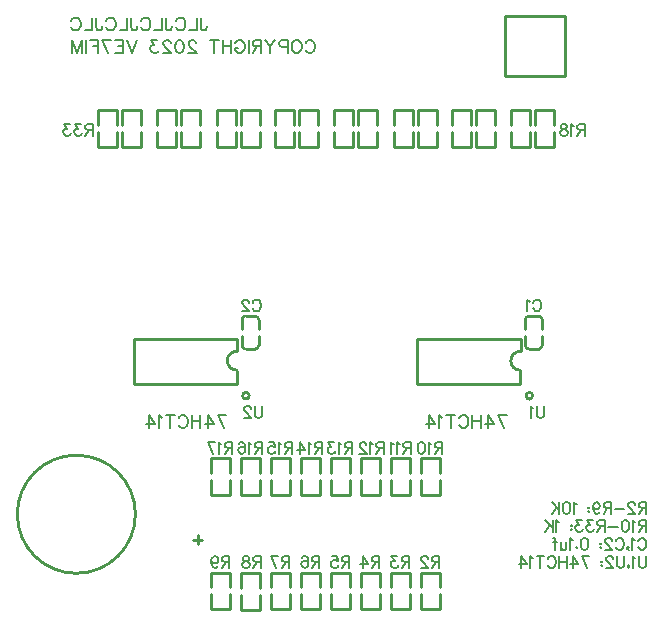
<source format=gbo>
G04 Layer: BottomSilkscreenLayer*
G04 Panelize: Stamp Hole, Column: 2, Row: 2, Board Size: 58.42mm x 58.42mm, Panelized Board Size: 122.84mm x 122.84mm*
G04 EasyEDA v6.5.34, 2023-08-03 19:43:33*
G04 740b3f77cd964f928969c304b1e17296,5a6b42c53f6a479593ecc07194224c93,10*
G04 Gerber Generator version 0.2*
G04 Scale: 100 percent, Rotated: No, Reflected: No *
G04 Dimensions in millimeters *
G04 leading zeros omitted , absolute positions ,4 integer and 5 decimal *
%FSLAX45Y45*%
%MOMM*%

%ADD10C,0.1524*%
%ADD11C,0.1520*%
%ADD12C,0.2540*%

%LPD*%
D10*
X4384962Y2337826D02*
G01*
X4436915Y2228722D01*
X4457697Y2337826D02*
G01*
X4384962Y2337826D01*
X4298716Y2337826D02*
G01*
X4350672Y2265090D01*
X4272739Y2265090D01*
X4298716Y2337826D02*
G01*
X4298716Y2228722D01*
X4238449Y2337826D02*
G01*
X4238449Y2228722D01*
X4165711Y2337826D02*
G01*
X4165711Y2228722D01*
X4238449Y2285872D02*
G01*
X4165711Y2285872D01*
X4053492Y2311849D02*
G01*
X4058686Y2322240D01*
X4069077Y2332631D01*
X4079468Y2337826D01*
X4100250Y2337826D01*
X4110642Y2332631D01*
X4121033Y2322240D01*
X4126227Y2311849D01*
X4131421Y2296261D01*
X4131421Y2270285D01*
X4126227Y2254699D01*
X4121033Y2244308D01*
X4110642Y2233917D01*
X4100250Y2228722D01*
X4079468Y2228722D01*
X4069077Y2233917D01*
X4058686Y2244308D01*
X4053492Y2254699D01*
X3982831Y2337826D02*
G01*
X3982831Y2228722D01*
X4019202Y2337826D02*
G01*
X3946464Y2337826D01*
X3912174Y2317043D02*
G01*
X3901782Y2322240D01*
X3886197Y2337826D01*
X3886197Y2228722D01*
X3799951Y2337826D02*
G01*
X3851907Y2265090D01*
X3773975Y2265090D01*
X3799951Y2337826D02*
G01*
X3799951Y2228722D01*
X2010067Y2337826D02*
G01*
X2062020Y2228722D01*
X2082802Y2337826D02*
G01*
X2010067Y2337826D01*
X1923821Y2337826D02*
G01*
X1975777Y2265090D01*
X1897844Y2265090D01*
X1923821Y2337826D02*
G01*
X1923821Y2228722D01*
X1863554Y2337826D02*
G01*
X1863554Y2228722D01*
X1790816Y2337826D02*
G01*
X1790816Y2228722D01*
X1863554Y2285872D02*
G01*
X1790816Y2285872D01*
X1678597Y2311849D02*
G01*
X1683791Y2322240D01*
X1694182Y2332631D01*
X1704573Y2337826D01*
X1725355Y2337826D01*
X1735747Y2332631D01*
X1746138Y2322240D01*
X1751332Y2311849D01*
X1756526Y2296261D01*
X1756526Y2270285D01*
X1751332Y2254699D01*
X1746138Y2244308D01*
X1735747Y2233917D01*
X1725355Y2228722D01*
X1704573Y2228722D01*
X1694182Y2233917D01*
X1683791Y2244308D01*
X1678597Y2254699D01*
X1607936Y2337826D02*
G01*
X1607936Y2228722D01*
X1644307Y2337826D02*
G01*
X1571569Y2337826D01*
X1537279Y2317043D02*
G01*
X1526887Y2322240D01*
X1511302Y2337826D01*
X1511302Y2228722D01*
X1425056Y2337826D02*
G01*
X1477012Y2265090D01*
X1399080Y2265090D01*
X1425056Y2337826D02*
G01*
X1425056Y2228722D01*
X2754167Y5486862D02*
G01*
X2759364Y5497253D01*
X2769755Y5507644D01*
X2780144Y5512838D01*
X2800926Y5512838D01*
X2811317Y5507644D01*
X2821708Y5497253D01*
X2826905Y5486862D01*
X2832100Y5471274D01*
X2832100Y5445297D01*
X2826905Y5429712D01*
X2821708Y5419321D01*
X2811317Y5408929D01*
X2800926Y5403735D01*
X2780144Y5403735D01*
X2769755Y5408929D01*
X2759364Y5419321D01*
X2754167Y5429712D01*
X2688704Y5512838D02*
G01*
X2699095Y5507644D01*
X2709486Y5497253D01*
X2714683Y5486862D01*
X2719877Y5471274D01*
X2719877Y5445297D01*
X2714683Y5429712D01*
X2709486Y5419321D01*
X2699095Y5408929D01*
X2688704Y5403735D01*
X2667924Y5403735D01*
X2657533Y5408929D01*
X2647142Y5419321D01*
X2641945Y5429712D01*
X2636751Y5445297D01*
X2636751Y5471274D01*
X2641945Y5486862D01*
X2647142Y5497253D01*
X2657533Y5507644D01*
X2667924Y5512838D01*
X2688704Y5512838D01*
X2602461Y5512838D02*
G01*
X2602461Y5403735D01*
X2602461Y5512838D02*
G01*
X2555702Y5512838D01*
X2540114Y5507644D01*
X2534920Y5502447D01*
X2529725Y5492056D01*
X2529725Y5476471D01*
X2534920Y5466079D01*
X2540114Y5460885D01*
X2555702Y5455688D01*
X2602461Y5455688D01*
X2495435Y5512838D02*
G01*
X2453871Y5460885D01*
X2453871Y5403735D01*
X2412306Y5512838D02*
G01*
X2453871Y5460885D01*
X2378016Y5512838D02*
G01*
X2378016Y5403735D01*
X2378016Y5512838D02*
G01*
X2331257Y5512838D01*
X2315672Y5507644D01*
X2310475Y5502447D01*
X2305281Y5492056D01*
X2305281Y5481665D01*
X2310475Y5471274D01*
X2315672Y5466079D01*
X2331257Y5460885D01*
X2378016Y5460885D01*
X2341648Y5460885D02*
G01*
X2305281Y5403735D01*
X2270991Y5512838D02*
G01*
X2270991Y5403735D01*
X2158768Y5486862D02*
G01*
X2163965Y5497253D01*
X2174354Y5507644D01*
X2184745Y5512838D01*
X2205527Y5512838D01*
X2215918Y5507644D01*
X2226309Y5497253D01*
X2231504Y5486862D01*
X2236701Y5471274D01*
X2236701Y5445297D01*
X2231504Y5429712D01*
X2226309Y5419321D01*
X2215918Y5408929D01*
X2205527Y5403735D01*
X2184745Y5403735D01*
X2174354Y5408929D01*
X2163965Y5419321D01*
X2158768Y5429712D01*
X2158768Y5445297D01*
X2184745Y5445297D02*
G01*
X2158768Y5445297D01*
X2124478Y5512838D02*
G01*
X2124478Y5403735D01*
X2051743Y5512838D02*
G01*
X2051743Y5403735D01*
X2124478Y5460885D02*
G01*
X2051743Y5460885D01*
X1981085Y5512838D02*
G01*
X1981085Y5403735D01*
X2017453Y5512838D02*
G01*
X1944715Y5512838D01*
X1825221Y5486862D02*
G01*
X1825221Y5492056D01*
X1820024Y5502447D01*
X1814829Y5507644D01*
X1804438Y5512838D01*
X1783656Y5512838D01*
X1773265Y5507644D01*
X1768071Y5502447D01*
X1762874Y5492056D01*
X1762874Y5481665D01*
X1768071Y5471274D01*
X1778462Y5455688D01*
X1830415Y5403735D01*
X1757679Y5403735D01*
X1692216Y5512838D02*
G01*
X1707804Y5507644D01*
X1718195Y5492056D01*
X1723389Y5466079D01*
X1723389Y5450494D01*
X1718195Y5424515D01*
X1707804Y5408929D01*
X1692216Y5403735D01*
X1681825Y5403735D01*
X1666239Y5408929D01*
X1655848Y5424515D01*
X1650654Y5450494D01*
X1650654Y5466079D01*
X1655848Y5492056D01*
X1666239Y5507644D01*
X1681825Y5512838D01*
X1692216Y5512838D01*
X1611167Y5486862D02*
G01*
X1611167Y5492056D01*
X1605973Y5502447D01*
X1600776Y5507644D01*
X1590385Y5512838D01*
X1569605Y5512838D01*
X1559214Y5507644D01*
X1554017Y5502447D01*
X1548823Y5492056D01*
X1548823Y5481665D01*
X1554017Y5471274D01*
X1564408Y5455688D01*
X1616364Y5403735D01*
X1543626Y5403735D01*
X1498945Y5512838D02*
G01*
X1441795Y5512838D01*
X1472968Y5471274D01*
X1457383Y5471274D01*
X1446992Y5466079D01*
X1441795Y5460885D01*
X1436601Y5445297D01*
X1436601Y5434906D01*
X1441795Y5419321D01*
X1452186Y5408929D01*
X1467774Y5403735D01*
X1483360Y5403735D01*
X1498945Y5408929D01*
X1504142Y5414124D01*
X1509336Y5424515D01*
X1322301Y5512838D02*
G01*
X1280736Y5403735D01*
X1239174Y5512838D02*
G01*
X1280736Y5403735D01*
X1204884Y5512838D02*
G01*
X1204884Y5403735D01*
X1204884Y5512838D02*
G01*
X1137343Y5512838D01*
X1204884Y5460885D02*
G01*
X1163320Y5460885D01*
X1204884Y5403735D02*
G01*
X1137343Y5403735D01*
X1030315Y5512838D02*
G01*
X1082271Y5403735D01*
X1103053Y5512838D02*
G01*
X1030315Y5512838D01*
X996025Y5512838D02*
G01*
X996025Y5403735D01*
X996025Y5512838D02*
G01*
X928484Y5512838D01*
X996025Y5460885D02*
G01*
X954463Y5460885D01*
X894194Y5512838D02*
G01*
X894194Y5403735D01*
X859904Y5512838D02*
G01*
X859904Y5403735D01*
X859904Y5512838D02*
G01*
X818342Y5403735D01*
X776777Y5512838D02*
G01*
X818342Y5403735D01*
X776777Y5512838D02*
G01*
X776777Y5403735D01*
D11*
X1865744Y5703338D02*
G01*
X1865744Y5620212D01*
X1870941Y5604624D01*
X1876135Y5599429D01*
X1886526Y5594235D01*
X1896917Y5594235D01*
X1907308Y5599429D01*
X1912505Y5604624D01*
X1917700Y5620212D01*
X1917700Y5630603D01*
X1831454Y5703338D02*
G01*
X1831454Y5594235D01*
X1831454Y5594235D02*
G01*
X1769110Y5594235D01*
X1656887Y5677362D02*
G01*
X1662084Y5687753D01*
X1672475Y5698144D01*
X1682864Y5703338D01*
X1703646Y5703338D01*
X1714037Y5698144D01*
X1724428Y5687753D01*
X1729625Y5677362D01*
X1734820Y5661774D01*
X1734820Y5635797D01*
X1729625Y5620212D01*
X1724428Y5609821D01*
X1714037Y5599429D01*
X1703646Y5594235D01*
X1682864Y5594235D01*
X1672475Y5599429D01*
X1662084Y5609821D01*
X1656887Y5620212D01*
X1570644Y5703338D02*
G01*
X1570644Y5620212D01*
X1575838Y5604624D01*
X1581035Y5599429D01*
X1591424Y5594235D01*
X1601815Y5594235D01*
X1612206Y5599429D01*
X1617403Y5604624D01*
X1622597Y5620212D01*
X1622597Y5630603D01*
X1536354Y5703338D02*
G01*
X1536354Y5594235D01*
X1536354Y5594235D02*
G01*
X1474007Y5594235D01*
X1361785Y5677362D02*
G01*
X1366982Y5687753D01*
X1377373Y5698144D01*
X1387764Y5703338D01*
X1408544Y5703338D01*
X1418935Y5698144D01*
X1429326Y5687753D01*
X1434523Y5677362D01*
X1439717Y5661774D01*
X1439717Y5635797D01*
X1434523Y5620212D01*
X1429326Y5609821D01*
X1418935Y5599429D01*
X1408544Y5594235D01*
X1387764Y5594235D01*
X1377373Y5599429D01*
X1366982Y5609821D01*
X1361785Y5620212D01*
X1275542Y5703338D02*
G01*
X1275542Y5620212D01*
X1280736Y5604624D01*
X1285933Y5599429D01*
X1296324Y5594235D01*
X1306715Y5594235D01*
X1317104Y5599429D01*
X1322301Y5604624D01*
X1327495Y5620212D01*
X1327495Y5630603D01*
X1241252Y5703338D02*
G01*
X1241252Y5594235D01*
X1241252Y5594235D02*
G01*
X1178905Y5594235D01*
X1066685Y5677362D02*
G01*
X1071879Y5687753D01*
X1082271Y5698144D01*
X1092662Y5703338D01*
X1113444Y5703338D01*
X1123835Y5698144D01*
X1134224Y5687753D01*
X1139421Y5677362D01*
X1144615Y5661774D01*
X1144615Y5635797D01*
X1139421Y5620212D01*
X1134224Y5609821D01*
X1123835Y5599429D01*
X1113444Y5594235D01*
X1092662Y5594235D01*
X1082271Y5599429D01*
X1071879Y5609821D01*
X1066685Y5620212D01*
X980439Y5703338D02*
G01*
X980439Y5620212D01*
X985634Y5604624D01*
X990831Y5599429D01*
X1001222Y5594235D01*
X1011613Y5594235D01*
X1022004Y5599429D01*
X1027198Y5604624D01*
X1032395Y5620212D01*
X1032395Y5630603D01*
X946150Y5703338D02*
G01*
X946150Y5594235D01*
X946150Y5594235D02*
G01*
X883805Y5594235D01*
X771583Y5677362D02*
G01*
X776777Y5687753D01*
X787168Y5698144D01*
X797560Y5703338D01*
X818342Y5703338D01*
X828733Y5698144D01*
X839124Y5687753D01*
X844318Y5677362D01*
X849515Y5661774D01*
X849515Y5635797D01*
X844318Y5620212D01*
X839124Y5609821D01*
X828733Y5599429D01*
X818342Y5594235D01*
X797560Y5594235D01*
X787168Y5599429D01*
X776777Y5609821D01*
X771583Y5620212D01*
D10*
X5638789Y1142306D02*
G01*
X5638789Y1074122D01*
X5634243Y1060488D01*
X5625152Y1051394D01*
X5611517Y1046850D01*
X5602427Y1046850D01*
X5588789Y1051394D01*
X5579699Y1060488D01*
X5575152Y1074122D01*
X5575152Y1142306D01*
X5545152Y1124125D02*
G01*
X5536062Y1128669D01*
X5522427Y1142306D01*
X5522427Y1046850D01*
X5483336Y1065032D02*
G01*
X5487880Y1060488D01*
X5492427Y1065032D01*
X5487880Y1069578D01*
X5483336Y1065032D01*
X5483336Y1055941D01*
X5492427Y1046850D01*
X5453336Y1142306D02*
G01*
X5453336Y1074122D01*
X5448790Y1060488D01*
X5439699Y1051394D01*
X5426062Y1046850D01*
X5416971Y1046850D01*
X5403336Y1051394D01*
X5394243Y1060488D01*
X5389699Y1074122D01*
X5389699Y1142306D01*
X5355153Y1119578D02*
G01*
X5355153Y1124125D01*
X5350609Y1133215D01*
X5346062Y1137759D01*
X5336971Y1142306D01*
X5318790Y1142306D01*
X5309699Y1137759D01*
X5305153Y1133215D01*
X5300609Y1124125D01*
X5300609Y1115032D01*
X5305153Y1105941D01*
X5314243Y1092306D01*
X5359699Y1046850D01*
X5296062Y1046850D01*
X5261518Y1101397D02*
G01*
X5266062Y1096850D01*
X5261518Y1092306D01*
X5256971Y1096850D01*
X5261518Y1101397D01*
X5261518Y1069578D02*
G01*
X5266062Y1065032D01*
X5261518Y1060488D01*
X5256971Y1065032D01*
X5261518Y1069578D01*
X5093337Y1142306D02*
G01*
X5138790Y1046850D01*
X5156972Y1142306D02*
G01*
X5093337Y1142306D01*
X5017881Y1142306D02*
G01*
X5063337Y1078669D01*
X4995153Y1078669D01*
X5017881Y1142306D02*
G01*
X5017881Y1046850D01*
X4965153Y1142306D02*
G01*
X4965153Y1046850D01*
X4901519Y1142306D02*
G01*
X4901519Y1046850D01*
X4965153Y1096850D02*
G01*
X4901519Y1096850D01*
X4803338Y1119578D02*
G01*
X4807882Y1128669D01*
X4816972Y1137759D01*
X4826063Y1142306D01*
X4844244Y1142306D01*
X4853338Y1137759D01*
X4862428Y1128669D01*
X4866972Y1119578D01*
X4871519Y1105941D01*
X4871519Y1083213D01*
X4866972Y1069578D01*
X4862428Y1060488D01*
X4853338Y1051394D01*
X4844244Y1046850D01*
X4826063Y1046850D01*
X4816972Y1051394D01*
X4807882Y1060488D01*
X4803338Y1069578D01*
X4741519Y1142306D02*
G01*
X4741519Y1046850D01*
X4773338Y1142306D02*
G01*
X4709701Y1142306D01*
X4679701Y1124125D02*
G01*
X4670610Y1128669D01*
X4656973Y1142306D01*
X4656973Y1046850D01*
X4581519Y1142306D02*
G01*
X4626973Y1078669D01*
X4558791Y1078669D01*
X4581519Y1142306D02*
G01*
X4581519Y1046850D01*
X5638789Y1599506D02*
G01*
X5638789Y1504050D01*
X5638789Y1599506D02*
G01*
X5597880Y1599506D01*
X5584243Y1594959D01*
X5579699Y1590415D01*
X5575152Y1581325D01*
X5575152Y1572234D01*
X5579699Y1563143D01*
X5584243Y1558597D01*
X5597880Y1554050D01*
X5638789Y1554050D01*
X5606971Y1554050D02*
G01*
X5575152Y1504050D01*
X5540608Y1576778D02*
G01*
X5540608Y1581325D01*
X5536062Y1590415D01*
X5531518Y1594959D01*
X5522427Y1599506D01*
X5504243Y1599506D01*
X5495152Y1594959D01*
X5490608Y1590415D01*
X5486062Y1581325D01*
X5486062Y1572234D01*
X5490608Y1563143D01*
X5499699Y1549506D01*
X5545152Y1504050D01*
X5481518Y1504050D01*
X5451518Y1544960D02*
G01*
X5369699Y1544960D01*
X5339699Y1599506D02*
G01*
X5339699Y1504050D01*
X5339699Y1599506D02*
G01*
X5298790Y1599506D01*
X5285153Y1594959D01*
X5280609Y1590415D01*
X5276062Y1581325D01*
X5276062Y1572234D01*
X5280609Y1563143D01*
X5285153Y1558597D01*
X5298790Y1554050D01*
X5339699Y1554050D01*
X5307881Y1554050D02*
G01*
X5276062Y1504050D01*
X5186972Y1567687D02*
G01*
X5191518Y1554050D01*
X5200609Y1544960D01*
X5214244Y1540416D01*
X5218790Y1540416D01*
X5232427Y1544960D01*
X5241518Y1554050D01*
X5246062Y1567687D01*
X5246062Y1572234D01*
X5241518Y1585869D01*
X5232427Y1594959D01*
X5218790Y1599506D01*
X5214244Y1599506D01*
X5200609Y1594959D01*
X5191518Y1585869D01*
X5186972Y1567687D01*
X5186972Y1544960D01*
X5191518Y1522234D01*
X5200609Y1508597D01*
X5214244Y1504050D01*
X5223337Y1504050D01*
X5236972Y1508597D01*
X5241518Y1517688D01*
X5152428Y1558597D02*
G01*
X5156972Y1554050D01*
X5152428Y1549506D01*
X5147881Y1554050D01*
X5152428Y1558597D01*
X5152428Y1526778D02*
G01*
X5156972Y1522234D01*
X5152428Y1517688D01*
X5147881Y1522234D01*
X5152428Y1526778D01*
X5047881Y1581325D02*
G01*
X5038791Y1585869D01*
X5025153Y1599506D01*
X5025153Y1504050D01*
X4967881Y1599506D02*
G01*
X4981519Y1594959D01*
X4990609Y1581325D01*
X4995153Y1558597D01*
X4995153Y1544960D01*
X4990609Y1522234D01*
X4981519Y1508597D01*
X4967881Y1504050D01*
X4958791Y1504050D01*
X4945153Y1508597D01*
X4936063Y1522234D01*
X4931519Y1544960D01*
X4931519Y1558597D01*
X4936063Y1581325D01*
X4945153Y1594959D01*
X4958791Y1599506D01*
X4967881Y1599506D01*
X4901519Y1599506D02*
G01*
X4901519Y1504050D01*
X4837882Y1599506D02*
G01*
X4901519Y1535869D01*
X4878791Y1558597D02*
G01*
X4837882Y1504050D01*
X5638789Y1447106D02*
G01*
X5638789Y1351650D01*
X5638789Y1447106D02*
G01*
X5597880Y1447106D01*
X5584243Y1442559D01*
X5579699Y1438015D01*
X5575152Y1428925D01*
X5575152Y1419834D01*
X5579699Y1410743D01*
X5584243Y1406197D01*
X5597880Y1401650D01*
X5638789Y1401650D01*
X5606971Y1401650D02*
G01*
X5575152Y1351650D01*
X5545152Y1428925D02*
G01*
X5536062Y1433469D01*
X5522427Y1447106D01*
X5522427Y1351650D01*
X5465152Y1447106D02*
G01*
X5478790Y1442559D01*
X5487880Y1428925D01*
X5492427Y1406197D01*
X5492427Y1392560D01*
X5487880Y1369834D01*
X5478790Y1356197D01*
X5465152Y1351650D01*
X5456062Y1351650D01*
X5442427Y1356197D01*
X5433336Y1369834D01*
X5428790Y1392560D01*
X5428790Y1406197D01*
X5433336Y1428925D01*
X5442427Y1442559D01*
X5456062Y1447106D01*
X5465152Y1447106D01*
X5398790Y1392560D02*
G01*
X5316971Y1392560D01*
X5286971Y1447106D02*
G01*
X5286971Y1351650D01*
X5286971Y1447106D02*
G01*
X5246062Y1447106D01*
X5232427Y1442559D01*
X5227881Y1438015D01*
X5223337Y1428925D01*
X5223337Y1419834D01*
X5227881Y1410743D01*
X5232427Y1406197D01*
X5246062Y1401650D01*
X5286971Y1401650D01*
X5255153Y1401650D02*
G01*
X5223337Y1351650D01*
X5184244Y1447106D02*
G01*
X5134244Y1447106D01*
X5161518Y1410743D01*
X5147881Y1410743D01*
X5138790Y1406197D01*
X5134244Y1401650D01*
X5129700Y1388016D01*
X5129700Y1378925D01*
X5134244Y1365288D01*
X5143337Y1356197D01*
X5156972Y1351650D01*
X5170609Y1351650D01*
X5184244Y1356197D01*
X5188790Y1360744D01*
X5193337Y1369834D01*
X5090609Y1447106D02*
G01*
X5040609Y1447106D01*
X5067881Y1410743D01*
X5054244Y1410743D01*
X5045153Y1406197D01*
X5040609Y1401650D01*
X5036063Y1388016D01*
X5036063Y1378925D01*
X5040609Y1365288D01*
X5049700Y1356197D01*
X5063337Y1351650D01*
X5076972Y1351650D01*
X5090609Y1356197D01*
X5095153Y1360744D01*
X5099700Y1369834D01*
X5001519Y1406197D02*
G01*
X5006063Y1401650D01*
X5001519Y1397106D01*
X4996972Y1401650D01*
X5001519Y1406197D01*
X5001519Y1374378D02*
G01*
X5006063Y1369834D01*
X5001519Y1365288D01*
X4996972Y1369834D01*
X5001519Y1374378D01*
X4896972Y1428925D02*
G01*
X4887882Y1433469D01*
X4874244Y1447106D01*
X4874244Y1351650D01*
X4844244Y1447106D02*
G01*
X4844244Y1351650D01*
X4780610Y1447106D02*
G01*
X4844244Y1383469D01*
X4821519Y1406197D02*
G01*
X4780610Y1351650D01*
X5570608Y1271978D02*
G01*
X5575152Y1281069D01*
X5584243Y1290159D01*
X5593336Y1294706D01*
X5611517Y1294706D01*
X5620608Y1290159D01*
X5629699Y1281069D01*
X5634243Y1271978D01*
X5638789Y1258341D01*
X5638789Y1235613D01*
X5634243Y1221978D01*
X5629699Y1212888D01*
X5620608Y1203794D01*
X5611517Y1199250D01*
X5593336Y1199250D01*
X5584243Y1203794D01*
X5575152Y1212888D01*
X5570608Y1221978D01*
X5540608Y1276525D02*
G01*
X5531518Y1281069D01*
X5517880Y1294706D01*
X5517880Y1199250D01*
X5478790Y1217432D02*
G01*
X5483336Y1212888D01*
X5487880Y1217432D01*
X5483336Y1221978D01*
X5478790Y1217432D01*
X5478790Y1208341D01*
X5487880Y1199250D01*
X5380609Y1271978D02*
G01*
X5385153Y1281069D01*
X5394243Y1290159D01*
X5403336Y1294706D01*
X5421518Y1294706D01*
X5430608Y1290159D01*
X5439699Y1281069D01*
X5444243Y1271978D01*
X5448790Y1258341D01*
X5448790Y1235613D01*
X5444243Y1221978D01*
X5439699Y1212888D01*
X5430608Y1203794D01*
X5421518Y1199250D01*
X5403336Y1199250D01*
X5394243Y1203794D01*
X5385153Y1212888D01*
X5380609Y1221978D01*
X5346062Y1271978D02*
G01*
X5346062Y1276525D01*
X5341518Y1285615D01*
X5336971Y1290159D01*
X5327881Y1294706D01*
X5309699Y1294706D01*
X5300609Y1290159D01*
X5296062Y1285615D01*
X5291518Y1276525D01*
X5291518Y1267432D01*
X5296062Y1258341D01*
X5305153Y1244706D01*
X5350609Y1199250D01*
X5286971Y1199250D01*
X5252427Y1253797D02*
G01*
X5256971Y1249250D01*
X5252427Y1244706D01*
X5247881Y1249250D01*
X5252427Y1253797D01*
X5252427Y1221978D02*
G01*
X5256971Y1217432D01*
X5252427Y1212888D01*
X5247881Y1217432D01*
X5252427Y1221978D01*
X5120609Y1294706D02*
G01*
X5134244Y1290159D01*
X5143337Y1276525D01*
X5147881Y1253797D01*
X5147881Y1240160D01*
X5143337Y1217432D01*
X5134244Y1203794D01*
X5120609Y1199250D01*
X5111518Y1199250D01*
X5097881Y1203794D01*
X5088790Y1217432D01*
X5084244Y1240160D01*
X5084244Y1253797D01*
X5088790Y1276525D01*
X5097881Y1290159D01*
X5111518Y1294706D01*
X5120609Y1294706D01*
X5049700Y1221978D02*
G01*
X5054244Y1217432D01*
X5049700Y1212888D01*
X5045153Y1217432D01*
X5049700Y1221978D01*
X5015153Y1276525D02*
G01*
X5006063Y1281069D01*
X4992428Y1294706D01*
X4992428Y1199250D01*
X4962428Y1262887D02*
G01*
X4962428Y1217432D01*
X4957881Y1203794D01*
X4948791Y1199250D01*
X4935153Y1199250D01*
X4926063Y1203794D01*
X4912428Y1217432D01*
X4912428Y1262887D02*
G01*
X4912428Y1199250D01*
X4846063Y1294706D02*
G01*
X4855154Y1294706D01*
X4864244Y1290159D01*
X4868791Y1276525D01*
X4868791Y1199250D01*
X4882428Y1262887D02*
G01*
X4850610Y1262887D01*
X952494Y4799909D02*
G01*
X952494Y4704455D01*
X952494Y4799909D02*
G01*
X911585Y4799909D01*
X897948Y4795362D01*
X893404Y4790818D01*
X888857Y4781727D01*
X888857Y4772637D01*
X893404Y4763546D01*
X897948Y4758999D01*
X911585Y4754455D01*
X952494Y4754455D01*
X920676Y4754455D02*
G01*
X888857Y4704455D01*
X849767Y4799909D02*
G01*
X799767Y4799909D01*
X827041Y4763546D01*
X813404Y4763546D01*
X804313Y4758999D01*
X799767Y4754455D01*
X795223Y4740818D01*
X795223Y4731727D01*
X799767Y4718090D01*
X808857Y4708999D01*
X822495Y4704455D01*
X836132Y4704455D01*
X849767Y4708999D01*
X854313Y4713546D01*
X858857Y4722637D01*
X756132Y4799909D02*
G01*
X706132Y4799909D01*
X733404Y4763546D01*
X719767Y4763546D01*
X710676Y4758999D01*
X706132Y4754455D01*
X701586Y4740818D01*
X701586Y4731727D01*
X706132Y4718090D01*
X715223Y4708999D01*
X728858Y4704455D01*
X742495Y4704455D01*
X756132Y4708999D01*
X760676Y4713546D01*
X765223Y4722637D01*
X5118087Y4799901D02*
G01*
X5118087Y4704445D01*
X5118087Y4799901D02*
G01*
X5077178Y4799901D01*
X5063540Y4795354D01*
X5058996Y4790810D01*
X5054450Y4781720D01*
X5054450Y4772629D01*
X5058996Y4763538D01*
X5063540Y4758992D01*
X5077178Y4754445D01*
X5118087Y4754445D01*
X5086268Y4754445D02*
G01*
X5054450Y4704445D01*
X5024450Y4781720D02*
G01*
X5015359Y4786264D01*
X5001724Y4799901D01*
X5001724Y4704445D01*
X4948996Y4799901D02*
G01*
X4962634Y4795354D01*
X4967178Y4786264D01*
X4967178Y4777173D01*
X4962634Y4768082D01*
X4953541Y4763538D01*
X4935359Y4758992D01*
X4921724Y4754445D01*
X4912634Y4745354D01*
X4908087Y4736264D01*
X4908087Y4722629D01*
X4912634Y4713538D01*
X4917178Y4708992D01*
X4930815Y4704445D01*
X4948996Y4704445D01*
X4962634Y4708992D01*
X4967178Y4713538D01*
X4971724Y4722629D01*
X4971724Y4736264D01*
X4967178Y4745354D01*
X4958087Y4754445D01*
X4944450Y4758992D01*
X4926269Y4763538D01*
X4917178Y4768082D01*
X4912634Y4777173D01*
X4912634Y4786264D01*
X4917178Y4795354D01*
X4930815Y4799901D01*
X4948996Y4799901D01*
X3632189Y1142296D02*
G01*
X3632189Y1046840D01*
X3632189Y1142296D02*
G01*
X3591280Y1142296D01*
X3577643Y1137749D01*
X3573099Y1133205D01*
X3568552Y1124115D01*
X3568552Y1115024D01*
X3573099Y1105933D01*
X3577643Y1101387D01*
X3591280Y1096840D01*
X3632189Y1096840D01*
X3600371Y1096840D02*
G01*
X3568552Y1046840D01*
X3529462Y1142296D02*
G01*
X3479462Y1142296D01*
X3506736Y1105933D01*
X3493099Y1105933D01*
X3484008Y1101387D01*
X3479462Y1096840D01*
X3474918Y1083205D01*
X3474918Y1074115D01*
X3479462Y1060477D01*
X3488552Y1051387D01*
X3502190Y1046840D01*
X3515827Y1046840D01*
X3529462Y1051387D01*
X3534008Y1055933D01*
X3538552Y1065024D01*
X3378189Y1142296D02*
G01*
X3378189Y1046840D01*
X3378189Y1142296D02*
G01*
X3337280Y1142296D01*
X3323643Y1137749D01*
X3319099Y1133205D01*
X3314552Y1124115D01*
X3314552Y1115024D01*
X3319099Y1105933D01*
X3323643Y1101387D01*
X3337280Y1096840D01*
X3378189Y1096840D01*
X3346371Y1096840D02*
G01*
X3314552Y1046840D01*
X3239099Y1142296D02*
G01*
X3284552Y1078659D01*
X3216371Y1078659D01*
X3239099Y1142296D02*
G01*
X3239099Y1046840D01*
X3124192Y1142296D02*
G01*
X3124192Y1046840D01*
X3124192Y1142296D02*
G01*
X3083283Y1142296D01*
X3069645Y1137749D01*
X3065101Y1133205D01*
X3060555Y1124115D01*
X3060555Y1115024D01*
X3065101Y1105933D01*
X3069645Y1101387D01*
X3083283Y1096840D01*
X3124192Y1096840D01*
X3092373Y1096840D02*
G01*
X3060555Y1046840D01*
X2976011Y1142296D02*
G01*
X3021464Y1142296D01*
X3026011Y1101387D01*
X3021464Y1105933D01*
X3007829Y1110477D01*
X2994192Y1110477D01*
X2980555Y1105933D01*
X2971464Y1096840D01*
X2966920Y1083205D01*
X2966920Y1074115D01*
X2971464Y1060477D01*
X2980555Y1051387D01*
X2994192Y1046840D01*
X3007829Y1046840D01*
X3021464Y1051387D01*
X3026011Y1055933D01*
X3030555Y1065024D01*
X2870192Y1142296D02*
G01*
X2870192Y1046840D01*
X2870192Y1142296D02*
G01*
X2829283Y1142296D01*
X2815645Y1137749D01*
X2811101Y1133205D01*
X2806555Y1124115D01*
X2806555Y1115024D01*
X2811101Y1105933D01*
X2815645Y1101387D01*
X2829283Y1096840D01*
X2870192Y1096840D01*
X2838373Y1096840D02*
G01*
X2806555Y1046840D01*
X2722011Y1128659D02*
G01*
X2726555Y1137749D01*
X2740192Y1142296D01*
X2749283Y1142296D01*
X2762920Y1137749D01*
X2772011Y1124115D01*
X2776555Y1101387D01*
X2776555Y1078659D01*
X2772011Y1060477D01*
X2762920Y1051387D01*
X2749283Y1046840D01*
X2744739Y1046840D01*
X2731101Y1051387D01*
X2722011Y1060477D01*
X2717464Y1074115D01*
X2717464Y1078659D01*
X2722011Y1092296D01*
X2731101Y1101387D01*
X2744739Y1105933D01*
X2749283Y1105933D01*
X2762920Y1101387D01*
X2772011Y1092296D01*
X2776555Y1078659D01*
X2616192Y1142296D02*
G01*
X2616192Y1046840D01*
X2616192Y1142296D02*
G01*
X2575283Y1142296D01*
X2561645Y1137749D01*
X2557101Y1133205D01*
X2552555Y1124115D01*
X2552555Y1115024D01*
X2557101Y1105933D01*
X2561645Y1101387D01*
X2575283Y1096840D01*
X2616192Y1096840D01*
X2584373Y1096840D02*
G01*
X2552555Y1046840D01*
X2458920Y1142296D02*
G01*
X2504373Y1046840D01*
X2522555Y1142296D02*
G01*
X2458920Y1142296D01*
X2374884Y1142311D02*
G01*
X2374884Y1046855D01*
X2374884Y1142311D02*
G01*
X2333975Y1142311D01*
X2320338Y1137765D01*
X2315794Y1133220D01*
X2311247Y1124130D01*
X2311247Y1115039D01*
X2315794Y1105949D01*
X2320338Y1101402D01*
X2333975Y1096855D01*
X2374884Y1096855D01*
X2343066Y1096855D02*
G01*
X2311247Y1046855D01*
X2258522Y1142311D02*
G01*
X2272156Y1137765D01*
X2276703Y1128674D01*
X2276703Y1119583D01*
X2272156Y1110493D01*
X2263066Y1105949D01*
X2244885Y1101402D01*
X2231247Y1096855D01*
X2222157Y1087765D01*
X2217613Y1078674D01*
X2217613Y1065039D01*
X2222157Y1055949D01*
X2226703Y1051402D01*
X2240338Y1046855D01*
X2258522Y1046855D01*
X2272156Y1051402D01*
X2276703Y1055949D01*
X2281247Y1065039D01*
X2281247Y1078674D01*
X2276703Y1087765D01*
X2267612Y1096855D01*
X2253975Y1101402D01*
X2235794Y1105949D01*
X2226703Y1110493D01*
X2222157Y1119583D01*
X2222157Y1128674D01*
X2226703Y1137765D01*
X2240338Y1142311D01*
X2258522Y1142311D01*
X2108192Y1142296D02*
G01*
X2108192Y1046840D01*
X2108192Y1142296D02*
G01*
X2067283Y1142296D01*
X2053645Y1137749D01*
X2049101Y1133205D01*
X2044555Y1124115D01*
X2044555Y1115024D01*
X2049101Y1105933D01*
X2053645Y1101387D01*
X2067283Y1096840D01*
X2108192Y1096840D01*
X2076373Y1096840D02*
G01*
X2044555Y1046840D01*
X1955464Y1110477D02*
G01*
X1960011Y1096840D01*
X1969101Y1087749D01*
X1982739Y1083205D01*
X1987283Y1083205D01*
X2000920Y1087749D01*
X2010011Y1096840D01*
X2014555Y1110477D01*
X2014555Y1115024D01*
X2010011Y1128659D01*
X2000920Y1137749D01*
X1987283Y1142296D01*
X1982739Y1142296D01*
X1969101Y1137749D01*
X1960011Y1128659D01*
X1955464Y1110477D01*
X1955464Y1087749D01*
X1960011Y1065024D01*
X1969101Y1051387D01*
X1982739Y1046840D01*
X1991829Y1046840D01*
X2005464Y1051387D01*
X2010011Y1060477D01*
X3644905Y2107498D02*
G01*
X3644905Y2012043D01*
X3644905Y2107498D02*
G01*
X3603995Y2107498D01*
X3590358Y2102952D01*
X3585814Y2098408D01*
X3581267Y2089317D01*
X3581267Y2080226D01*
X3585814Y2071136D01*
X3590358Y2066589D01*
X3603995Y2062043D01*
X3644905Y2062043D01*
X3613086Y2062043D02*
G01*
X3581267Y2012043D01*
X3551267Y2089317D02*
G01*
X3542177Y2093861D01*
X3528542Y2107498D01*
X3528542Y2012043D01*
X3498542Y2089317D02*
G01*
X3489452Y2093861D01*
X3475814Y2107498D01*
X3475814Y2012043D01*
X3416305Y2107498D02*
G01*
X3416305Y2012043D01*
X3416305Y2107498D02*
G01*
X3375395Y2107498D01*
X3361758Y2102952D01*
X3357214Y2098408D01*
X3352667Y2089317D01*
X3352667Y2080226D01*
X3357214Y2071136D01*
X3361758Y2066589D01*
X3375395Y2062043D01*
X3416305Y2062043D01*
X3384486Y2062043D02*
G01*
X3352667Y2012043D01*
X3322667Y2089317D02*
G01*
X3313577Y2093861D01*
X3299942Y2107498D01*
X3299942Y2012043D01*
X3265396Y2084771D02*
G01*
X3265396Y2089317D01*
X3260852Y2098408D01*
X3256305Y2102952D01*
X3247214Y2107498D01*
X3229033Y2107498D01*
X3219942Y2102952D01*
X3215396Y2098408D01*
X3210852Y2089317D01*
X3210852Y2080226D01*
X3215396Y2071136D01*
X3224486Y2057499D01*
X3269942Y2012043D01*
X3206305Y2012043D01*
X3149607Y2107498D02*
G01*
X3149607Y2012043D01*
X3149607Y2107498D02*
G01*
X3108698Y2107498D01*
X3095061Y2102952D01*
X3090517Y2098408D01*
X3085970Y2089317D01*
X3085970Y2080226D01*
X3090517Y2071136D01*
X3095061Y2066589D01*
X3108698Y2062043D01*
X3149607Y2062043D01*
X3117789Y2062043D02*
G01*
X3085970Y2012043D01*
X3055970Y2089317D02*
G01*
X3046879Y2093861D01*
X3033245Y2107498D01*
X3033245Y2012043D01*
X2994154Y2107498D02*
G01*
X2944154Y2107498D01*
X2971426Y2071136D01*
X2957789Y2071136D01*
X2948698Y2066589D01*
X2944154Y2062043D01*
X2939608Y2048408D01*
X2939608Y2039317D01*
X2944154Y2025680D01*
X2953245Y2016589D01*
X2966880Y2012043D01*
X2980517Y2012043D01*
X2994154Y2016589D01*
X2998698Y2021136D01*
X3003245Y2030227D01*
X2895607Y2107498D02*
G01*
X2895607Y2012043D01*
X2895607Y2107498D02*
G01*
X2854698Y2107498D01*
X2841061Y2102952D01*
X2836517Y2098408D01*
X2831970Y2089317D01*
X2831970Y2080226D01*
X2836517Y2071136D01*
X2841061Y2066589D01*
X2854698Y2062043D01*
X2895607Y2062043D01*
X2863789Y2062043D02*
G01*
X2831970Y2012043D01*
X2801970Y2089317D02*
G01*
X2792879Y2093861D01*
X2779245Y2107498D01*
X2779245Y2012043D01*
X2703789Y2107498D02*
G01*
X2749245Y2043861D01*
X2681061Y2043861D01*
X2703789Y2107498D02*
G01*
X2703789Y2012043D01*
X2641607Y2107498D02*
G01*
X2641607Y2012043D01*
X2641607Y2107498D02*
G01*
X2600698Y2107498D01*
X2587061Y2102952D01*
X2582517Y2098408D01*
X2577970Y2089317D01*
X2577970Y2080226D01*
X2582517Y2071136D01*
X2587061Y2066589D01*
X2600698Y2062043D01*
X2641607Y2062043D01*
X2609789Y2062043D02*
G01*
X2577970Y2012043D01*
X2547970Y2089317D02*
G01*
X2538879Y2093861D01*
X2525245Y2107498D01*
X2525245Y2012043D01*
X2440698Y2107498D02*
G01*
X2486154Y2107498D01*
X2490698Y2066589D01*
X2486154Y2071136D01*
X2472517Y2075680D01*
X2458880Y2075680D01*
X2445245Y2071136D01*
X2436154Y2062043D01*
X2431608Y2048408D01*
X2431608Y2039317D01*
X2436154Y2025680D01*
X2445245Y2016589D01*
X2458880Y2012043D01*
X2472517Y2012043D01*
X2486154Y2016589D01*
X2490698Y2021136D01*
X2495245Y2030227D01*
X2387607Y2107498D02*
G01*
X2387607Y2012043D01*
X2387607Y2107498D02*
G01*
X2346698Y2107498D01*
X2333061Y2102952D01*
X2328517Y2098408D01*
X2323970Y2089317D01*
X2323970Y2080226D01*
X2328517Y2071136D01*
X2333061Y2066589D01*
X2346698Y2062043D01*
X2387607Y2062043D01*
X2355789Y2062043D02*
G01*
X2323970Y2012043D01*
X2293970Y2089317D02*
G01*
X2284879Y2093861D01*
X2271245Y2107498D01*
X2271245Y2012043D01*
X2186698Y2093861D02*
G01*
X2191245Y2102952D01*
X2204880Y2107498D01*
X2213970Y2107498D01*
X2227607Y2102952D01*
X2236698Y2089317D01*
X2241245Y2066589D01*
X2241245Y2043861D01*
X2236698Y2025680D01*
X2227607Y2016589D01*
X2213970Y2012043D01*
X2209426Y2012043D01*
X2195789Y2016589D01*
X2186698Y2025680D01*
X2182154Y2039317D01*
X2182154Y2043861D01*
X2186698Y2057499D01*
X2195789Y2066589D01*
X2209426Y2071136D01*
X2213970Y2071136D01*
X2227607Y2066589D01*
X2236698Y2057499D01*
X2241245Y2043861D01*
X2133607Y2107498D02*
G01*
X2133607Y2012043D01*
X2133607Y2107498D02*
G01*
X2092698Y2107498D01*
X2079061Y2102952D01*
X2074517Y2098408D01*
X2069970Y2089317D01*
X2069970Y2080226D01*
X2074517Y2071136D01*
X2079061Y2066589D01*
X2092698Y2062043D01*
X2133607Y2062043D01*
X2101789Y2062043D02*
G01*
X2069970Y2012043D01*
X2039970Y2089317D02*
G01*
X2030879Y2093861D01*
X2017245Y2107498D01*
X2017245Y2012043D01*
X1923608Y2107498D02*
G01*
X1969061Y2012043D01*
X1987245Y2107498D02*
G01*
X1923608Y2107498D01*
X3886189Y1142296D02*
G01*
X3886189Y1046840D01*
X3886189Y1142296D02*
G01*
X3845280Y1142296D01*
X3831643Y1137749D01*
X3827099Y1133205D01*
X3822552Y1124115D01*
X3822552Y1115024D01*
X3827099Y1105933D01*
X3831643Y1101387D01*
X3845280Y1096840D01*
X3886189Y1096840D01*
X3854371Y1096840D02*
G01*
X3822552Y1046840D01*
X3788008Y1119568D02*
G01*
X3788008Y1124115D01*
X3783462Y1133205D01*
X3778918Y1137749D01*
X3769827Y1142296D01*
X3751643Y1142296D01*
X3742552Y1137749D01*
X3738008Y1133205D01*
X3733462Y1124115D01*
X3733462Y1115024D01*
X3738008Y1105933D01*
X3747099Y1092296D01*
X3792552Y1046840D01*
X3728918Y1046840D01*
X2387587Y2412296D02*
G01*
X2387587Y2344115D01*
X2383040Y2330477D01*
X2373950Y2321387D01*
X2360315Y2316840D01*
X2351224Y2316840D01*
X2337587Y2321387D01*
X2328496Y2330477D01*
X2323950Y2344115D01*
X2323950Y2412296D01*
X2289406Y2389568D02*
G01*
X2289406Y2394115D01*
X2284859Y2403205D01*
X2280315Y2407749D01*
X2271224Y2412296D01*
X2253040Y2412296D01*
X2243950Y2407749D01*
X2239406Y2403205D01*
X2234859Y2394115D01*
X2234859Y2385024D01*
X2239406Y2375933D01*
X2248496Y2362296D01*
X2293950Y2316840D01*
X2230315Y2316840D01*
X4775177Y2412304D02*
G01*
X4775177Y2344122D01*
X4770630Y2330485D01*
X4761539Y2321394D01*
X4747905Y2316848D01*
X4738814Y2316848D01*
X4725177Y2321394D01*
X4716086Y2330485D01*
X4711539Y2344122D01*
X4711539Y2412304D01*
X4681540Y2394122D02*
G01*
X4672449Y2398666D01*
X4658814Y2412304D01*
X4658814Y2316848D01*
X2306706Y3291268D02*
G01*
X2311250Y3300359D01*
X2320340Y3309449D01*
X2329434Y3313996D01*
X2347615Y3313996D01*
X2356705Y3309449D01*
X2365796Y3300359D01*
X2370340Y3291268D01*
X2374887Y3277633D01*
X2374887Y3254905D01*
X2370340Y3241268D01*
X2365796Y3232177D01*
X2356705Y3223087D01*
X2347615Y3218540D01*
X2329434Y3218540D01*
X2320340Y3223087D01*
X2311250Y3232177D01*
X2306706Y3241268D01*
X2272159Y3291268D02*
G01*
X2272159Y3295815D01*
X2267615Y3304905D01*
X2263068Y3309449D01*
X2253978Y3313996D01*
X2235796Y3313996D01*
X2226706Y3309449D01*
X2222159Y3304905D01*
X2217615Y3295815D01*
X2217615Y3286724D01*
X2222159Y3277633D01*
X2231250Y3263996D01*
X2276706Y3218540D01*
X2213068Y3218540D01*
X4681606Y3291268D02*
G01*
X4686150Y3300359D01*
X4695240Y3309449D01*
X4704334Y3313996D01*
X4722515Y3313996D01*
X4731605Y3309449D01*
X4740696Y3300359D01*
X4745240Y3291268D01*
X4749787Y3277633D01*
X4749787Y3254905D01*
X4745240Y3241268D01*
X4740696Y3232177D01*
X4731605Y3223087D01*
X4722515Y3218540D01*
X4704334Y3218540D01*
X4695240Y3223087D01*
X4686150Y3232177D01*
X4681606Y3241268D01*
X4651606Y3295815D02*
G01*
X4642515Y3300359D01*
X4628878Y3313996D01*
X4628878Y3218540D01*
X3911605Y2107498D02*
G01*
X3911605Y2012043D01*
X3911605Y2107498D02*
G01*
X3870695Y2107498D01*
X3857058Y2102952D01*
X3852514Y2098408D01*
X3847967Y2089317D01*
X3847967Y2080226D01*
X3852514Y2071136D01*
X3857058Y2066589D01*
X3870695Y2062043D01*
X3911605Y2062043D01*
X3879786Y2062043D02*
G01*
X3847967Y2012043D01*
X3817967Y2089317D02*
G01*
X3808877Y2093861D01*
X3795242Y2107498D01*
X3795242Y2012043D01*
X3737968Y2107498D02*
G01*
X3751605Y2102952D01*
X3760696Y2089317D01*
X3765242Y2066589D01*
X3765242Y2052952D01*
X3760696Y2030227D01*
X3751605Y2016589D01*
X3737968Y2012043D01*
X3728877Y2012043D01*
X3715242Y2016589D01*
X3706152Y2030227D01*
X3701605Y2052952D01*
X3701605Y2066589D01*
X3706152Y2089317D01*
X3715242Y2102952D01*
X3728877Y2107498D01*
X3737968Y2107498D01*
D12*
X1803412Y1284559D02*
G01*
X1879612Y1284559D01*
X1841512Y1246459D02*
G01*
X1841512Y1322659D01*
X4157218Y4917564D02*
G01*
X3997213Y4917564D01*
X4156704Y4607506D02*
G01*
X3996702Y4607506D01*
X3997213Y4792568D02*
G01*
X3997213Y4917564D01*
X4157218Y4792568D02*
G01*
X4157218Y4917564D01*
X3996702Y4732510D02*
G01*
X3996702Y4607506D01*
X4156704Y4732510D02*
G01*
X4156704Y4607506D01*
X4360418Y4917564D02*
G01*
X4200413Y4917564D01*
X4359904Y4607506D02*
G01*
X4199902Y4607506D01*
X4200413Y4792568D02*
G01*
X4200413Y4917564D01*
X4360418Y4792568D02*
G01*
X4360418Y4917564D01*
X4199902Y4732510D02*
G01*
X4199902Y4607506D01*
X4359904Y4732510D02*
G01*
X4359904Y4607506D01*
X3865120Y4917564D02*
G01*
X3705115Y4917564D01*
X3864607Y4607506D02*
G01*
X3704605Y4607506D01*
X3705115Y4792568D02*
G01*
X3705115Y4917564D01*
X3865120Y4792568D02*
G01*
X3865120Y4917564D01*
X3704605Y4732510D02*
G01*
X3704605Y4607506D01*
X3864607Y4732510D02*
G01*
X3864607Y4607506D01*
X3661920Y4917564D02*
G01*
X3501915Y4917564D01*
X3661407Y4607506D02*
G01*
X3501405Y4607506D01*
X3501915Y4792568D02*
G01*
X3501915Y4917564D01*
X3661920Y4792568D02*
G01*
X3661920Y4917564D01*
X3501405Y4732510D02*
G01*
X3501405Y4607506D01*
X3661407Y4732510D02*
G01*
X3661407Y4607506D01*
X3357120Y4917564D02*
G01*
X3197115Y4917564D01*
X3356607Y4607506D02*
G01*
X3196605Y4607506D01*
X3197115Y4792568D02*
G01*
X3197115Y4917564D01*
X3357120Y4792568D02*
G01*
X3357120Y4917564D01*
X3196605Y4732510D02*
G01*
X3196605Y4607506D01*
X3356607Y4732510D02*
G01*
X3356607Y4607506D01*
X3153920Y4917564D02*
G01*
X2993915Y4917564D01*
X3153407Y4607506D02*
G01*
X2993405Y4607506D01*
X2993915Y4792568D02*
G01*
X2993915Y4917564D01*
X3153920Y4792568D02*
G01*
X3153920Y4917564D01*
X2993405Y4732510D02*
G01*
X2993405Y4607506D01*
X3153407Y4732510D02*
G01*
X3153407Y4607506D01*
X2861820Y4917564D02*
G01*
X2701815Y4917564D01*
X2861307Y4607506D02*
G01*
X2701305Y4607506D01*
X2701815Y4792568D02*
G01*
X2701815Y4917564D01*
X2861820Y4792568D02*
G01*
X2861820Y4917564D01*
X2701305Y4732510D02*
G01*
X2701305Y4607506D01*
X2861307Y4732510D02*
G01*
X2861307Y4607506D01*
X2658623Y4917564D02*
G01*
X2498618Y4917564D01*
X2658109Y4607506D02*
G01*
X2498107Y4607506D01*
X2498618Y4792568D02*
G01*
X2498618Y4917564D01*
X2658623Y4792568D02*
G01*
X2658623Y4917564D01*
X2498107Y4732510D02*
G01*
X2498107Y4607506D01*
X2658109Y4732510D02*
G01*
X2658109Y4607506D01*
X2366523Y4917564D02*
G01*
X2206518Y4917564D01*
X2366009Y4607506D02*
G01*
X2206007Y4607506D01*
X2206518Y4792568D02*
G01*
X2206518Y4917564D01*
X2366523Y4792568D02*
G01*
X2366523Y4917564D01*
X2206007Y4732510D02*
G01*
X2206007Y4607506D01*
X2366009Y4732510D02*
G01*
X2366009Y4607506D01*
X2163323Y4917564D02*
G01*
X2003318Y4917564D01*
X2162809Y4607506D02*
G01*
X2002807Y4607506D01*
X2003318Y4792568D02*
G01*
X2003318Y4917564D01*
X2163323Y4792568D02*
G01*
X2163323Y4917564D01*
X2002807Y4732510D02*
G01*
X2002807Y4607506D01*
X2162809Y4732510D02*
G01*
X2162809Y4607506D01*
X1858523Y4917564D02*
G01*
X1698518Y4917564D01*
X1858010Y4607506D02*
G01*
X1698007Y4607506D01*
X1698518Y4792568D02*
G01*
X1698518Y4917564D01*
X1858523Y4792568D02*
G01*
X1858523Y4917564D01*
X1698007Y4732510D02*
G01*
X1698007Y4607506D01*
X1858010Y4732510D02*
G01*
X1858010Y4607506D01*
X1655323Y4917564D02*
G01*
X1495318Y4917564D01*
X1654810Y4607506D02*
G01*
X1494807Y4607506D01*
X1495318Y4792568D02*
G01*
X1495318Y4917564D01*
X1655323Y4792568D02*
G01*
X1655323Y4917564D01*
X1494807Y4732510D02*
G01*
X1494807Y4607506D01*
X1654810Y4732510D02*
G01*
X1654810Y4607506D01*
X1363225Y4917564D02*
G01*
X1203220Y4917564D01*
X1362712Y4607506D02*
G01*
X1202710Y4607506D01*
X1203220Y4792568D02*
G01*
X1203220Y4917564D01*
X1363225Y4792568D02*
G01*
X1363225Y4917564D01*
X1202710Y4732510D02*
G01*
X1202710Y4607506D01*
X1362712Y4732510D02*
G01*
X1362712Y4607506D01*
X1160025Y4917564D02*
G01*
X1000020Y4917564D01*
X1159512Y4607506D02*
G01*
X999510Y4607506D01*
X1000020Y4792568D02*
G01*
X1000020Y4917564D01*
X1160025Y4792568D02*
G01*
X1160025Y4917564D01*
X999510Y4732510D02*
G01*
X999510Y4607506D01*
X1159512Y4732510D02*
G01*
X1159512Y4607506D01*
X4855718Y4917564D02*
G01*
X4695713Y4917564D01*
X4855204Y4607506D02*
G01*
X4695202Y4607506D01*
X4695713Y4792568D02*
G01*
X4695713Y4917564D01*
X4855718Y4792568D02*
G01*
X4855718Y4917564D01*
X4695202Y4732510D02*
G01*
X4695202Y4607506D01*
X4855204Y4732510D02*
G01*
X4855204Y4607506D01*
X4652518Y4917564D02*
G01*
X4492513Y4917564D01*
X4652004Y4607506D02*
G01*
X4492002Y4607506D01*
X4492513Y4792568D02*
G01*
X4492513Y4917564D01*
X4652518Y4792568D02*
G01*
X4652518Y4917564D01*
X4492002Y4732510D02*
G01*
X4492002Y4607506D01*
X4652004Y4732510D02*
G01*
X4652004Y4607506D01*
X3636520Y1004956D02*
G01*
X3476518Y1004956D01*
X3636012Y694898D02*
G01*
X3476007Y694898D01*
X3476518Y879960D02*
G01*
X3476518Y1004956D01*
X3636520Y879960D02*
G01*
X3636520Y1004956D01*
X3476007Y819901D02*
G01*
X3476007Y694898D01*
X3636012Y819901D02*
G01*
X3636012Y694898D01*
X3382520Y1004956D02*
G01*
X3222518Y1004956D01*
X3382012Y694898D02*
G01*
X3222007Y694898D01*
X3222518Y879960D02*
G01*
X3222518Y1004956D01*
X3382520Y879960D02*
G01*
X3382520Y1004956D01*
X3222007Y819901D02*
G01*
X3222007Y694898D01*
X3382012Y819901D02*
G01*
X3382012Y694898D01*
X3128520Y1004956D02*
G01*
X2968518Y1004956D01*
X3128012Y694898D02*
G01*
X2968007Y694898D01*
X2968518Y879960D02*
G01*
X2968518Y1004956D01*
X3128520Y879960D02*
G01*
X3128520Y1004956D01*
X2968007Y819901D02*
G01*
X2968007Y694898D01*
X3128012Y819901D02*
G01*
X3128012Y694898D01*
X2874520Y1004956D02*
G01*
X2714518Y1004956D01*
X2874012Y694898D02*
G01*
X2714007Y694898D01*
X2714518Y879960D02*
G01*
X2714518Y1004956D01*
X2874520Y879960D02*
G01*
X2874520Y1004956D01*
X2714007Y819901D02*
G01*
X2714007Y694898D01*
X2874012Y819901D02*
G01*
X2874012Y694898D01*
X2620520Y1004956D02*
G01*
X2460518Y1004956D01*
X2620012Y694898D02*
G01*
X2460007Y694898D01*
X2460518Y879960D02*
G01*
X2460518Y1004956D01*
X2620520Y879960D02*
G01*
X2620520Y1004956D01*
X2460007Y819901D02*
G01*
X2460007Y694898D01*
X2620012Y819901D02*
G01*
X2620012Y694898D01*
X2369322Y1001359D02*
G01*
X2209319Y1001359D01*
X2368814Y691301D02*
G01*
X2208809Y691301D01*
X2209319Y876363D02*
G01*
X2209319Y1001359D01*
X2369322Y876363D02*
G01*
X2369322Y1001359D01*
X2208809Y816305D02*
G01*
X2208809Y691301D01*
X2368814Y816305D02*
G01*
X2368814Y691301D01*
X2112520Y1004956D02*
G01*
X1952518Y1004956D01*
X2112012Y694898D02*
G01*
X1952007Y694898D01*
X1952518Y879960D02*
G01*
X1952518Y1004956D01*
X2112520Y879960D02*
G01*
X2112520Y1004956D01*
X1952007Y819901D02*
G01*
X1952007Y694898D01*
X2112012Y819901D02*
G01*
X2112012Y694898D01*
X3636520Y1971169D02*
G01*
X3476515Y1971169D01*
X3636007Y1661111D02*
G01*
X3476005Y1661111D01*
X3476515Y1846173D02*
G01*
X3476515Y1971169D01*
X3636520Y1846173D02*
G01*
X3636520Y1971169D01*
X3476005Y1786115D02*
G01*
X3476005Y1661111D01*
X3636007Y1786115D02*
G01*
X3636007Y1661111D01*
X3382520Y1971169D02*
G01*
X3222515Y1971169D01*
X3382007Y1661111D02*
G01*
X3222005Y1661111D01*
X3222515Y1846173D02*
G01*
X3222515Y1971169D01*
X3382520Y1846173D02*
G01*
X3382520Y1971169D01*
X3222005Y1786115D02*
G01*
X3222005Y1661111D01*
X3382007Y1786115D02*
G01*
X3382007Y1661111D01*
X3128520Y1971169D02*
G01*
X2968515Y1971169D01*
X3128007Y1661111D02*
G01*
X2968005Y1661111D01*
X2968515Y1846173D02*
G01*
X2968515Y1971169D01*
X3128520Y1846173D02*
G01*
X3128520Y1971169D01*
X2968005Y1786115D02*
G01*
X2968005Y1661111D01*
X3128007Y1786115D02*
G01*
X3128007Y1661111D01*
X2874520Y1971169D02*
G01*
X2714515Y1971169D01*
X2874007Y1661111D02*
G01*
X2714005Y1661111D01*
X2714515Y1846173D02*
G01*
X2714515Y1971169D01*
X2874520Y1846173D02*
G01*
X2874520Y1971169D01*
X2714005Y1786115D02*
G01*
X2714005Y1661111D01*
X2874007Y1786115D02*
G01*
X2874007Y1661111D01*
X2620520Y1971169D02*
G01*
X2460515Y1971169D01*
X2620007Y1661111D02*
G01*
X2460005Y1661111D01*
X2460515Y1846173D02*
G01*
X2460515Y1971169D01*
X2620520Y1846173D02*
G01*
X2620520Y1971169D01*
X2460005Y1786115D02*
G01*
X2460005Y1661111D01*
X2620007Y1786115D02*
G01*
X2620007Y1661111D01*
X2366520Y1971169D02*
G01*
X2206515Y1971169D01*
X2366007Y1661111D02*
G01*
X2206005Y1661111D01*
X2206515Y1846173D02*
G01*
X2206515Y1971169D01*
X2366520Y1846173D02*
G01*
X2366520Y1971169D01*
X2206005Y1786115D02*
G01*
X2206005Y1661111D01*
X2366007Y1786115D02*
G01*
X2366007Y1661111D01*
X2112520Y1971169D02*
G01*
X1952515Y1971169D01*
X2112007Y1661111D02*
G01*
X1952005Y1661111D01*
X1952515Y1846173D02*
G01*
X1952515Y1971169D01*
X2112520Y1846173D02*
G01*
X2112520Y1971169D01*
X1952005Y1786115D02*
G01*
X1952005Y1661111D01*
X2112007Y1786115D02*
G01*
X2112007Y1661111D01*
X3890520Y1004956D02*
G01*
X3730518Y1004956D01*
X3890012Y694898D02*
G01*
X3730007Y694898D01*
X3730518Y879960D02*
G01*
X3730518Y1004956D01*
X3890520Y879960D02*
G01*
X3890520Y1004956D01*
X3730007Y819901D02*
G01*
X3730007Y694898D01*
X3890012Y819901D02*
G01*
X3890012Y694898D01*
X2174547Y2877827D02*
G01*
X2174547Y2984505D01*
X1300208Y2984505D01*
X1300208Y2984505D02*
G01*
X1300208Y2604353D01*
X1300208Y2604353D02*
G01*
X2172007Y2604353D01*
X2172007Y2712727D01*
X4574542Y2877827D02*
G01*
X4574542Y2984505D01*
X3700203Y2984505D01*
X3700203Y2984505D02*
G01*
X3700203Y2604353D01*
X3700203Y2604353D02*
G01*
X4572002Y2604353D01*
X4572002Y2712727D01*
X2246330Y2896303D02*
G01*
X2326332Y2896303D01*
X2215344Y3007278D02*
G01*
X2215344Y2927276D01*
X2357310Y3007278D02*
G01*
X2357310Y2927276D01*
X2214763Y3064863D02*
G01*
X2214763Y3144865D01*
X2245746Y3175850D02*
G01*
X2325743Y3175850D01*
X2356723Y3064863D02*
G01*
X2356723Y3144865D01*
X4646325Y2896303D02*
G01*
X4726327Y2896303D01*
X4615340Y3007278D02*
G01*
X4615340Y2927276D01*
X4757305Y3007278D02*
G01*
X4757305Y2927276D01*
X4614758Y3064863D02*
G01*
X4614758Y3144865D01*
X4645741Y3175850D02*
G01*
X4725738Y3175850D01*
X4756718Y3064863D02*
G01*
X4756718Y3144865D01*
X3890520Y1971169D02*
G01*
X3730515Y1971169D01*
X3890007Y1661111D02*
G01*
X3730005Y1661111D01*
X3730515Y1846173D02*
G01*
X3730515Y1971169D01*
X3890520Y1846173D02*
G01*
X3890520Y1971169D01*
X3730005Y1786115D02*
G01*
X3730005Y1661111D01*
X3890007Y1786115D02*
G01*
X3890007Y1661111D01*
G75*
G01*
X2174547Y2877828D02*
G03*
X2172007Y2717805I-3700J-79973D01*
G75*
G01*
X4574543Y2877828D02*
G03*
X4572003Y2717805I-3701J-79973D01*
G75*
G01*
X2245746Y3175851D02*
G03*
X2214763Y3144868I0J-30983D01*
G75*
G01*
X2356729Y3144868D02*
G03*
X2325743Y3175851I-30983J0D01*
G75*
G01*
X2215345Y2927286D02*
G03*
X2246330Y2896304I30983J0D01*
G75*
G01*
X2326328Y2896304D02*
G03*
X2357310Y2927286I0J30982D01*
G75*
G01*
X4645741Y3175851D02*
G03*
X4614758Y3144868I0J-30983D01*
G75*
G01*
X4756724Y3144868D02*
G03*
X4725739Y3175851I-30983J0D01*
G75*
G01*
X4615340Y2927286D02*
G03*
X4646325Y2896304I30983J0D01*
G75*
G01*
X4726323Y2896304D02*
G03*
X4757306Y2927286I0J30982D01*
G75*
G01
X1312799Y1498600D02*
G03X1312799Y1498600I-499999J0D01*
G75*
G01
X2276602Y2501925D02*
G03X2276602Y2501925I-28397J0D01*
G75*
G01
X4676597Y2501925D02*
G03X4676597Y2501925I-28397J0D01*
X4445000Y5715000D02*
G01*
X4953000Y5715000D01*
X4953000Y5207000D01*
X4445000Y5207000D01*
X4445000Y5715000D01*
M02*

</source>
